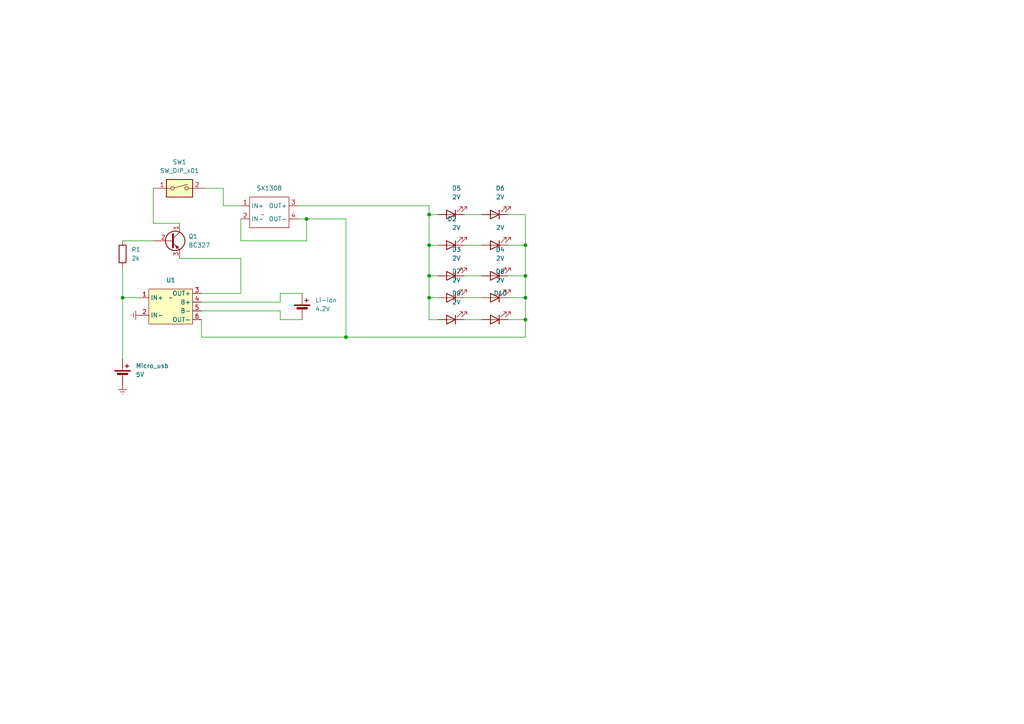
<source format=kicad_sch>
(kicad_sch (version 20230121) (generator eeschema)
  (paper "A4")
  (lib_symbols
    (symbol "Device:Battery_Cell" (pin_numbers hide) (pin_names (offset 0) hide)
      (property "Reference" "BT" (at 2.54 2.54 0))
      (property "Value" "Battery_Cell" (at 2.54 0 0))
      (symbol "Battery_Cell_0_1"
        (rectangle (start -2.286 1.778) (end 2.286 1.524) (fill (type outline)))
        (rectangle (start -1.524 1.016) (end 1.524 0.508) (fill (type outline)))
        (polyline (pts (xy 0 0.762) (xy 0 0)))
        (polyline (pts (xy 0 1.778) (xy 0 2.54)))
        (polyline (pts (xy 0.762 3.048) (xy 1.778 3.048)) (stroke (width 0.254)))
        (polyline (pts (xy 1.27 3.556) (xy 1.27 2.54)) (stroke (width 0.254)))
      )
      (symbol "Battery_Cell_1_1"
        (pin passive line (at 0 5.08 270) (length 2.54) (name "+") (number "1"))
        (pin passive line (at 0 -2.54 90) (length 2.54) (name "-") (number "2"))
      )
    )
    (symbol "Device:LED" (pin_numbers hide) (pin_names (offset 1.016) hide)
      (property "Reference" "D" (at 0 2.54 0))
      (property "Value" "LED" (at 0 -2.54 0))
      (symbol "LED_0_1"
        (polyline (pts (xy -1.27 -1.27) (xy -1.27 1.27)) (stroke (width 0.254)))
        (polyline (pts (xy -1.27 0) (xy 1.27 0)))
        (polyline (pts (xy 1.27 -1.27) (xy 1.27 1.27) (xy -1.27 0) (xy 1.27 -1.27)) (stroke (width 0.254)))
        (polyline (pts (xy -3.048 -0.762) (xy -4.572 -2.286) (xy -3.81 -2.286) (xy -4.572 -2.286) (xy -4.572 -1.524)))
        (polyline (pts (xy -1.778 -0.762) (xy -3.302 -2.286) (xy -2.54 -2.286) (xy -3.302 -2.286) (xy -3.302 -1.524)))
      )
      (symbol "LED_1_1"
        (pin passive line (at -3.81 0 0) (length 2.54) (name "K") (number "1"))
        (pin passive line (at 3.81 0 180) (length 2.54) (name "A") (number "2"))
      )
    )
    (symbol "Device:R" (pin_numbers hide) (pin_names (offset 0))
      (property "Reference" "R" (at 2.032 0 90))
      (property "Value" "R" (at 0 0 90))
      (symbol "R_0_1"
        (rectangle (start -1.016 -2.54) (end 1.016 2.54) (stroke (width 0.254)))
      )
      (symbol "R_1_1"
        (pin passive line (at 0 3.81 270) (length 1.27) (name "~") (number "1"))
        (pin passive line (at 0 -3.81 90) (length 1.27) (name "~") (number "2"))
      )
    )
    (symbol "Switch:SW_DIP_x01" (pin_names (offset 0) hide)
      (property "Reference" "SW" (at 0 3.81 0))
      (property "Value" "SW_DIP_x01" (at 0 -3.81 0))
      (symbol "SW_DIP_x01_0_0"
        (circle (center -2.032 0) (radius 0.508))
        (polyline (pts (xy -1.524 0.127) (xy 2.3622 1.1684)))
        (circle (center 2.032 0) (radius 0.508))
      )
      (symbol "SW_DIP_x01_0_1"
        (rectangle (start -3.81 2.54) (end 3.81 -2.54) (stroke (width 0.254)) (fill (type background)))
      )
      (symbol "SW_DIP_x01_1_1"
        (pin passive line (at -7.62 0 0) (length 5.08) (name "~") (number "1"))
        (pin passive line (at 7.62 0 180) (length 5.08) (name "~") (number "2"))
      )
    )
    (symbol "Transistor_BJT:BC327" (pin_names (offset 0) hide)
      (property "Reference" "Q" (at 5.08 1.905 0))
      (property "Value" "BC327" (at 5.08 0 0))
      (symbol "BC327_0_1"
        (polyline (pts (xy 0.635 0.635) (xy 2.54 2.54)))
        (polyline (pts (xy 0.635 -0.635) (xy 2.54 -2.54) (xy 2.54 -2.54)))
        (polyline (pts (xy 0.635 1.905) (xy 0.635 -1.905) (xy 0.635 -1.905)) (stroke (width 0.508)))
        (polyline (pts (xy 2.286 -1.778) (xy 1.778 -2.286) (xy 1.27 -1.27) (xy 2.286 -1.778) (xy 2.286 -1.778)) (fill (type outline)))
        (circle (center 1.27 0) (radius 2.8194) (stroke (width 0.254)))
      )
      (symbol "BC327_1_1"
        (pin passive line (at 2.54 5.08 270) (length 2.54) (name "C") (number "1"))
        (pin input line (at -5.08 0 0) (length 5.715) (name "B") (number "2"))
        (pin passive line (at 2.54 -5.08 90) (length 2.54) (name "E") (number "3"))
      )
    )
    (symbol "power:Earth" (power) (pin_names (offset 0))
      (symbol "Earth_0_1"
        (polyline (pts (xy -0.635 -1.905) (xy 0.635 -1.905)))
        (polyline (pts (xy -0.127 -2.54) (xy 0.127 -2.54)))
        (polyline (pts (xy 0 -1.27) (xy 0 0)))
        (polyline (pts (xy 1.27 -1.27) (xy -1.27 -1.27)))
      )
      (symbol "Earth_1_1"
        (pin power_in line (at 0 0 270) (length 0) hide (name "Earth") (number "1"))
      )
    )
    (symbol "step-up:SX1308"
      (property "Reference" "SX1308" (at 1.27 6.35 0))
      (symbol "SX1308_0_1"
        (rectangle (start -3.81 5.08) (end 7.62 -3.81))
      )
      (symbol "SX1308_1_1"
        (pin input line (at -6.35 2.54 0) (length 2.54) (name "IN+") (number "1"))
        (pin input line (at -6.35 -1.27 0) (length 2.54) (name "IN-") (number "2"))
        (pin output line (at 10.16 2.54 180) (length 2.54) (name "OUT+") (number "3"))
        (pin output line (at 10.16 -1.27 180) (length 2.54) (name "OUT-") (number "4"))
      )
    )
    (symbol "tp4056:TP4056_bufor"
      (property "Reference" "U" (at 0 13.97 0))
      (symbol "TP4056_bufor_1_1"
        (rectangle (start -6.35 2.54) (end 6.35 -7.62) (fill (type background)))
        (pin input line (at -8.89 0 0) (length 2.54) (name "IN+") (number "1"))
        (pin input line (at -8.89 -5.08 0) (length 2.54) (name "IN-") (number "2"))
        (pin output line (at 8.89 1.27 180) (length 2.54) (name "OUT+") (number "3"))
        (pin output line (at 8.89 -1.27 180) (length 2.54) (name "B+") (number "4"))
        (pin output line (at 8.89 -3.81 180) (length 2.54) (name "B-") (number "5"))
        (pin output line (at 8.89 -6.35 180) (length 2.54) (name "OUT-") (number "6"))
      )
    )
  )
  (junction (at 152.4 86.36))
  (junction (at 124.46 71.12))
  (junction (at 124.46 62.23))
  (junction (at 152.4 71.12))
  (junction (at 35.56 86.36))
  (junction (at 152.4 92.71))
  (junction (at 124.46 80.01))
  (junction (at 88.9 63.5))
  (junction (at 124.46 86.36))
  (junction (at 152.4 80.01))
  (junction (at 100.33 97.79))
  (wire (pts (xy 152.4 97.79) (xy 100.33 97.79)))
  (wire (pts (xy 147.32 71.12) (xy 152.4 71.12)))
  (wire (pts (xy 59.69 54.61) (xy 64.77 54.61)))
  (wire (pts (xy 52.07 64.77) (xy 44.45 64.77)))
  (wire (pts (xy 124.46 71.12) (xy 127 71.12)))
  (wire (pts (xy 81.28 87.63) (xy 81.28 85.09)))
  (wire (pts (xy 152.4 71.12) (xy 152.4 80.01)))
  (wire (pts (xy 124.46 86.36) (xy 124.46 92.71)))
  (wire (pts (xy 147.32 62.23) (xy 152.4 62.23)))
  (wire (pts (xy 69.85 69.85) (xy 88.9 69.85)))
  (wire (pts (xy 88.9 69.85) (xy 88.9 63.5)))
  (wire (pts (xy 58.42 87.63) (xy 81.28 87.63)))
  (wire (pts (xy 147.32 86.36) (xy 152.4 86.36)))
  (wire (pts (xy 86.36 59.69) (xy 124.46 59.69)))
  (wire (pts (xy 124.46 80.01) (xy 127 80.01)))
  (wire (pts (xy 58.42 85.09) (xy 69.85 85.09)))
  (wire (pts (xy 127 62.23) (xy 124.46 62.23)))
  (wire (pts (xy 81.28 85.09) (xy 87.63 85.09)))
  (wire (pts (xy 100.33 63.5) (xy 100.33 97.79)))
  (wire (pts (xy 147.32 92.71) (xy 152.4 92.71)))
  (wire (pts (xy 88.9 63.5) (xy 100.33 63.5)))
  (wire (pts (xy 86.36 63.5) (xy 88.9 63.5)))
  (wire (pts (xy 147.32 80.01) (xy 152.4 80.01)))
  (wire (pts (xy 134.62 71.12) (xy 139.7 71.12)))
  (wire (pts (xy 64.77 59.69) (xy 69.85 59.69)))
  (wire (pts (xy 124.46 59.69) (xy 124.46 62.23)))
  (wire (pts (xy 35.56 69.85) (xy 44.45 69.85)))
  (wire (pts (xy 124.46 92.71) (xy 127 92.71)))
  (wire (pts (xy 58.42 90.17) (xy 81.28 90.17)))
  (wire (pts (xy 81.28 90.17) (xy 81.28 92.71)))
  (wire (pts (xy 134.62 86.36) (xy 139.7 86.36)))
  (wire (pts (xy 52.07 74.93) (xy 69.85 74.93)))
  (wire (pts (xy 124.46 86.36) (xy 127 86.36)))
  (wire (pts (xy 69.85 74.93) (xy 69.85 85.09)))
  (wire (pts (xy 152.4 92.71) (xy 152.4 97.79)))
  (wire (pts (xy 64.77 54.61) (xy 64.77 59.69)))
  (wire (pts (xy 134.62 62.23) (xy 139.7 62.23)))
  (wire (pts (xy 152.4 62.23) (xy 152.4 71.12)))
  (wire (pts (xy 124.46 62.23) (xy 124.46 71.12)))
  (wire (pts (xy 124.46 80.01) (xy 124.46 86.36)))
  (wire (pts (xy 35.56 86.36) (xy 40.64 86.36)))
  (wire (pts (xy 152.4 86.36) (xy 152.4 92.71)))
  (wire (pts (xy 35.56 77.47) (xy 35.56 86.36)))
  (wire (pts (xy 134.62 92.71) (xy 139.7 92.71)))
  (wire (pts (xy 69.85 63.5) (xy 69.85 69.85)))
  (wire (pts (xy 100.33 97.79) (xy 58.42 97.79)))
  (wire (pts (xy 81.28 92.71) (xy 87.63 92.71)))
  (wire (pts (xy 124.46 71.12) (xy 124.46 80.01)))
  (wire (pts (xy 44.45 64.77) (xy 44.45 54.61)))
  (wire (pts (xy 58.42 97.79) (xy 58.42 92.71)))
  (wire (pts (xy 152.4 80.01) (xy 152.4 86.36)))
  (wire (pts (xy 35.56 86.36) (xy 35.56 104.14)))
  (wire (pts (xy 134.62 80.01) (xy 139.7 80.01)))
  (symbol (lib_id "Device:LED") (at 130.81 62.23 180) (unit 1)
    (property "Reference" "D5" (at 132.3975 54.61 0))
    (property "Value" "2V" (at 132.3975 57.15 0))
  )
  (symbol (lib_id "step-up:SX1308") (at 76.2 62.23 0) (unit 1)
    (property "Reference" "SX1308" (at 78.105 54.61 0))
    (property "Value" "~" (at 76.2 62.23 0))
  )
  (symbol (lib_id "tp4056:TP4056_bufor") (at 49.53 86.36 0) (unit 1)
    (property "Reference" "U1" (at 49.53 81.28 0))
    (property "Value" "~" (at 49.53 86.36 0))
  )
  (symbol (lib_id "Device:LED") (at 130.81 86.36 180) (unit 1)
    (property "Reference" "D7" (at 132.3975 78.74 0))
    (property "Value" "2V" (at 132.3975 81.28 0))
  )
  (symbol (lib_id "power:Earth") (at 40.64 91.44 270) (unit 1)
    (property "Reference" "#PWR04" (effects hide))
    (property "Value" "Earth" (effects hide))
  )
  (symbol (lib_id "Device:R") (at 35.56 73.66 0) (unit 1)
    (property "Reference" "R1" (at 38.1 72.39 0) (effects (justify left)))
    (property "Value" "2k" (at 38.1 74.93 0) (effects (justify left)))
  )
  (symbol (lib_id "Device:LED") (at 130.81 80.01 180) (unit 1)
    (property "Reference" "D3" (at 132.3975 72.39 0))
    (property "Value" "2V" (at 132.3975 74.93 0))
  )
  (symbol (lib_id "Device:LED") (at 143.51 86.36 180) (unit 1)
    (property "Reference" "D8" (at 145.0975 78.74 0))
    (property "Value" "2V" (at 145.0975 81.28 0))
  )
  (symbol (lib_id "Device:LED") (at 143.51 80.01 180) (unit 1)
    (property "Reference" "D4" (at 145.0975 72.39 0))
    (property "Value" "2V" (at 145.0975 74.93 0))
  )
  (symbol (lib_id "Device:LED") (at 130.81 92.71 180) (unit 1)
    (property "Reference" "D9" (at 132.3975 85.09 0))
    (property "Value" "2V" (at 132.3975 87.63 0))
  )
  (symbol (lib_id "Device:LED") (at 143.51 62.23 180) (unit 1)
    (property "Reference" "D6" (at 145.0975 54.61 0))
    (property "Value" "2V" (at 145.0975 57.15 0))
  )
  (symbol (lib_id "Device:Battery_Cell") (at 35.56 109.22 0) (unit 1)
    (property "Reference" "Micro_usb" (at 39.37 106.1085 0) (effects (justify left)))
    (property "Value" "5V" (at 39.37 108.6485 0) (effects (justify left)))
  )
  (symbol (lib_id "Device:LED") (at 143.51 92.71 180) (unit 1)
    (property "Reference" "D10" (at 145.0975 85.09 0))
    (property "Value" "2V" (effects hide))
  )
  (symbol (lib_id "Device:Battery_Cell") (at 87.63 90.17 0) (unit 1)
    (property "Reference" "Li-ion" (at 91.44 87.0585 0) (effects (justify left)))
    (property "Value" "4.2V" (at 91.44 89.5985 0) (effects (justify left)))
  )
  (symbol (lib_id "Device:LED") (at 143.51 71.12 180) (unit 1)
    (property "Reference" "D2" (at 131.1275 63.5 0))
    (property "Value" "2V" (at 145.0975 66.04 0))
  )
  (symbol (lib_id "Device:LED") (at 130.81 71.12 180) (unit 1)
    (property "Reference" "D1" (effects hide))
    (property "Value" "2V" (at 132.3975 66.04 0))
  )
  (symbol (lib_id "power:Earth") (at 35.56 111.76 0) (unit 1)
    (property "Reference" "#PWR03" (effects hide))
    (property "Value" "Earth" (effects hide))
  )
  (symbol (lib_id "Transistor_BJT:BC327") (at 49.53 69.85 0) (unit 1)
    (property "Reference" "Q1" (at 54.61 68.58 0) (effects (justify left)))
    (property "Value" "BC327" (at 54.61 71.12 0) (effects (justify left)))
    (property "Footprint" "Package_TO_SOT_THT:TO-92_Inline" (effects hide))
    (property "Datasheet" "http://www.onsemi.com/pub_link/Collateral/BC327-D.PDF" (effects hide))
  )
  (symbol (lib_id "Switch:SW_DIP_x01") (at 52.07 54.61 0) (unit 1)
    (property "Reference" "SW1" (at 52.07 46.99 0))
    (property "Value" "SW_DIP_x01" (at 52.07 49.53 0))
  )
)
</source>
